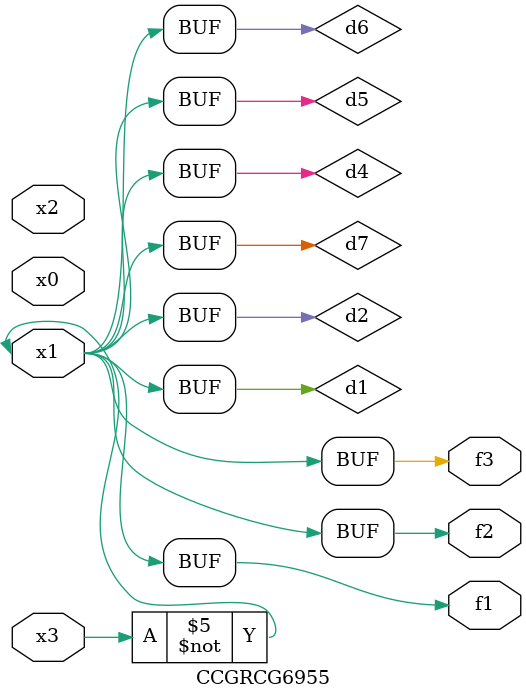
<source format=v>
module CCGRCG6955(
	input x0, x1, x2, x3,
	output f1, f2, f3
);

	wire d1, d2, d3, d4, d5, d6, d7;

	not (d1, x3);
	buf (d2, x1);
	xnor (d3, d1, d2);
	nor (d4, d1);
	buf (d5, d1, d2);
	buf (d6, d4, d5);
	nand (d7, d4);
	assign f1 = d6;
	assign f2 = d7;
	assign f3 = d6;
endmodule

</source>
